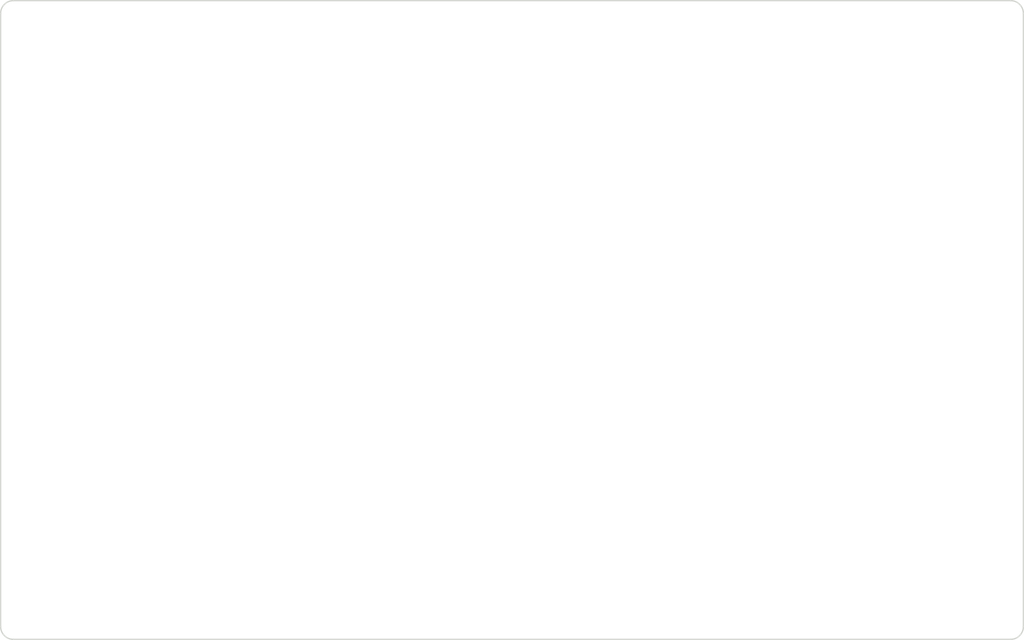
<source format=kicad_pcb>
(kicad_pcb (version 20171130) (host pcbnew "(5.0.0-rc2-193-gdd436b658)")

  (general
    (thickness 1.6)
    (drawings 15)
    (tracks 0)
    (zones 0)
    (modules 0)
    (nets 1)
  )

  (page A4)
  (layers
    (0 F.Cu signal)
    (31 B.Cu signal)
    (34 B.Paste user)
    (35 F.Paste user)
    (36 B.SilkS user)
    (37 F.SilkS user)
    (38 B.Mask user)
    (39 F.Mask user)
    (40 Dwgs.User user)
    (44 Edge.Cuts user)
    (45 Margin user)
    (46 B.CrtYd user)
    (47 F.CrtYd user)
    (48 B.Fab user)
    (49 F.Fab user)
  )

  (setup
    (last_trace_width 0.254)
    (user_trace_width 0.1524)
    (user_trace_width 0.254)
    (user_trace_width 0.381)
    (user_trace_width 0.508)
    (user_trace_width 0.8128)
    (user_trace_width 1.016)
    (user_trace_width 1.27)
    (user_trace_width 2.54)
    (trace_clearance 0.3)
    (zone_clearance 0.508)
    (zone_45_only no)
    (trace_min 0.1524)
    (segment_width 0.2)
    (edge_width 0.2)
    (via_size 0.5)
    (via_drill 0.3)
    (via_min_size 0.5)
    (via_min_drill 0.3)
    (user_via 0.5 0.3)
    (user_via 0.6 0.4)
    (user_via 0.7 0.5)
    (user_via 0.9 0.6)
    (uvia_size 0.3)
    (uvia_drill 0.1)
    (uvias_allowed no)
    (uvia_min_size 0.2)
    (uvia_min_drill 0.1)
    (pcb_text_width 0.3)
    (pcb_text_size 1.5 1.5)
    (mod_edge_width 0.15)
    (mod_text_size 1 1)
    (mod_text_width 0.15)
    (pad_size 1.524 1.524)
    (pad_drill 0.762)
    (pad_to_mask_clearance 0.2)
    (aux_axis_origin 0 0)
    (visible_elements 7FFFFFFF)
    (pcbplotparams
      (layerselection 0x010fc_ffffffff)
      (usegerberextensions false)
      (usegerberattributes false)
      (usegerberadvancedattributes false)
      (creategerberjobfile false)
      (excludeedgelayer true)
      (linewidth 0.100000)
      (plotframeref false)
      (viasonmask false)
      (mode 1)
      (useauxorigin false)
      (hpglpennumber 1)
      (hpglpenspeed 20)
      (hpglpendiameter 15.000000)
      (psnegative false)
      (psa4output false)
      (plotreference true)
      (plotvalue true)
      (plotinvisibletext false)
      (padsonsilk false)
      (subtractmaskfromsilk false)
      (outputformat 1)
      (mirror false)
      (drillshape 1)
      (scaleselection 1)
      (outputdirectory ""))
  )

  (net 0 "")

  (net_class Default "This is the default net class."
    (clearance 0.3)
    (trace_width 0.254)
    (via_dia 0.5)
    (via_drill 0.3)
    (uvia_dia 0.3)
    (uvia_drill 0.1)
  )

  (net_class Power ""
    (clearance 0.3)
    (trace_width 0.508)
    (via_dia 0.9)
    (via_drill 0.6)
    (uvia_dia 0.3)
    (uvia_drill 0.1)
  )

  (gr_poly (pts (xy 65 150) (xy 65 147) (xy 225 147) (xy 225 150)) (layer B.Mask) (width 0.15) (tstamp 5E8B63D9))
  (gr_poly (pts (xy 65 53) (xy 65 50) (xy 225 50) (xy 225 53)) (layer B.Mask) (width 0.15) (tstamp 5E8B63D3))
  (gr_poly (pts (xy 65 150) (xy 65 147) (xy 225 147) (xy 225 150)) (layer F.Mask) (width 0.15))
  (gr_poly (pts (xy 65 53) (xy 65 50) (xy 225 50) (xy 225 53)) (layer F.Mask) (width 0.15))
  (gr_line (start 68 53) (end 65 53) (layer F.CrtYd) (width 0.2))
  (gr_line (start 225 53) (end 223 53) (layer F.CrtYd) (width 0.2))
  (gr_line (start 68 53) (end 223 53) (layer F.CrtYd) (width 0.2))
  (gr_arc (start 223 148) (end 223 150) (angle -90) (layer Edge.Cuts) (width 0.2) (tstamp 5E88B564))
  (gr_arc (start 67 148) (end 65 148) (angle -90) (layer Edge.Cuts) (width 0.2) (tstamp 5E88B564))
  (gr_arc (start 67 52) (end 67 50) (angle -90) (layer Edge.Cuts) (width 0.2) (tstamp 5E88B564))
  (gr_arc (start 223 52) (end 225 52) (angle -90) (layer Edge.Cuts) (width 0.2))
  (gr_line (start 65 148) (end 65 52) (layer Edge.Cuts) (width 0.2))
  (gr_line (start 223 150) (end 67 150) (layer Edge.Cuts) (width 0.2))
  (gr_line (start 225 52) (end 225 148) (layer Edge.Cuts) (width 0.2))
  (gr_line (start 67 50) (end 223 50) (layer Edge.Cuts) (width 0.2))

  (zone (net 0) (net_name "") (layers F&B.Cu) (tstamp 0) (hatch none 0.508)
    (connect_pads (clearance 0.508))
    (min_thickness 0.254)
    (keepout (tracks not_allowed) (vias not_allowed) (copperpour not_allowed))
    (fill (arc_segments 16) (thermal_gap 0.508) (thermal_bridge_width 0.508))
    (polygon
      (pts
        (xy 65 53) (xy 65 50) (xy 225 50) (xy 225 53)
      )
    )
  )
  (zone (net 0) (net_name "") (layers F&B.Cu) (tstamp 0) (hatch none 0.508)
    (connect_pads (clearance 0.508))
    (min_thickness 0.254)
    (keepout (tracks not_allowed) (vias not_allowed) (copperpour not_allowed))
    (fill (arc_segments 16) (thermal_gap 0.508) (thermal_bridge_width 0.508))
    (polygon
      (pts
        (xy 65 147) (xy 65 150) (xy 225 150) (xy 225 147)
      )
    )
  )
)

</source>
